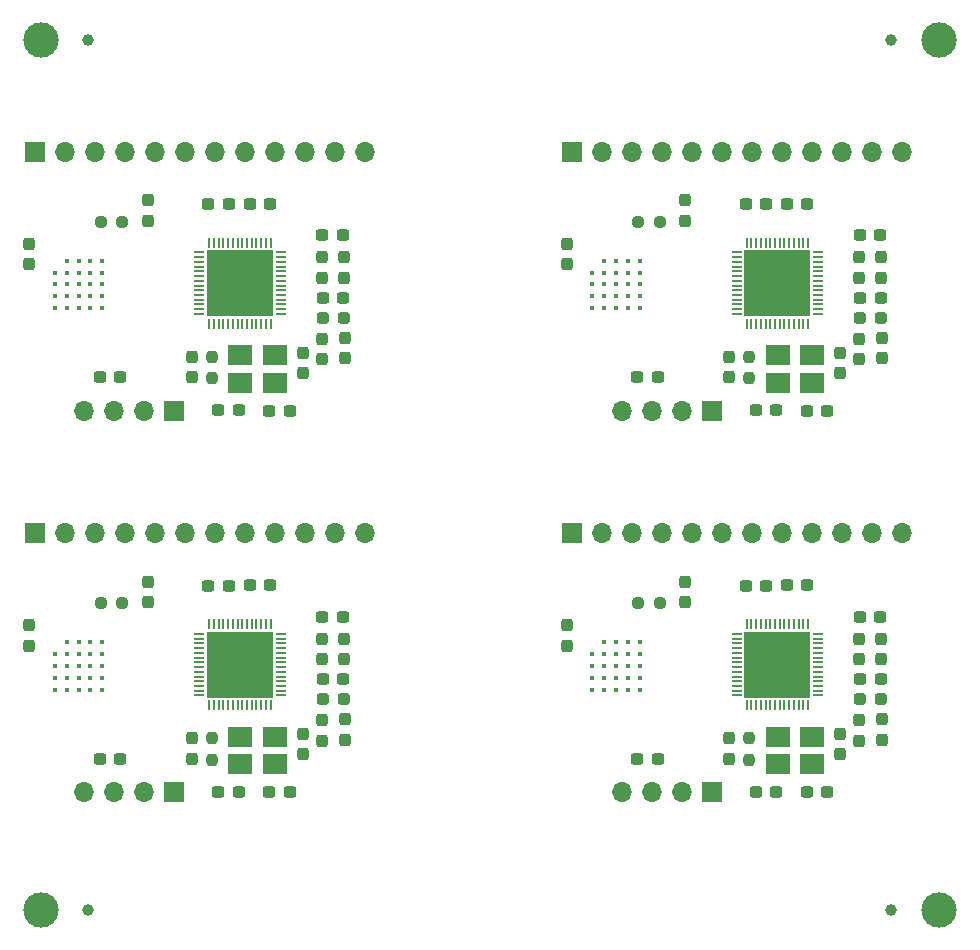
<source format=gts>
G04 #@! TF.GenerationSoftware,KiCad,Pcbnew,6.0.7-f9a2dced07~116~ubuntu22.04.1*
G04 #@! TF.CreationDate,2022-09-03T23:27:29+10:00*
G04 #@! TF.ProjectId,panel,70616e65-6c2e-46b6-9963-61645f706362,rev?*
G04 #@! TF.SameCoordinates,Original*
G04 #@! TF.FileFunction,Soldermask,Top*
G04 #@! TF.FilePolarity,Negative*
%FSLAX46Y46*%
G04 Gerber Fmt 4.6, Leading zero omitted, Abs format (unit mm)*
G04 Created by KiCad (PCBNEW 6.0.7-f9a2dced07~116~ubuntu22.04.1) date 2022-09-03 23:27:29*
%MOMM*%
%LPD*%
G01*
G04 APERTURE LIST*
G04 Aperture macros list*
%AMRoundRect*
0 Rectangle with rounded corners*
0 $1 Rounding radius*
0 $2 $3 $4 $5 $6 $7 $8 $9 X,Y pos of 4 corners*
0 Add a 4 corners polygon primitive as box body*
4,1,4,$2,$3,$4,$5,$6,$7,$8,$9,$2,$3,0*
0 Add four circle primitives for the rounded corners*
1,1,$1+$1,$2,$3*
1,1,$1+$1,$4,$5*
1,1,$1+$1,$6,$7*
1,1,$1+$1,$8,$9*
0 Add four rect primitives between the rounded corners*
20,1,$1+$1,$2,$3,$4,$5,0*
20,1,$1+$1,$4,$5,$6,$7,0*
20,1,$1+$1,$6,$7,$8,$9,0*
20,1,$1+$1,$8,$9,$2,$3,0*%
G04 Aperture macros list end*
%ADD10RoundRect,0.237500X0.237500X-0.300000X0.237500X0.300000X-0.237500X0.300000X-0.237500X-0.300000X0*%
%ADD11RoundRect,0.050000X0.387500X0.050000X-0.387500X0.050000X-0.387500X-0.050000X0.387500X-0.050000X0*%
%ADD12RoundRect,0.050000X0.050000X0.387500X-0.050000X0.387500X-0.050000X-0.387500X0.050000X-0.387500X0*%
%ADD13R,5.600000X5.600000*%
%ADD14C,0.400000*%
%ADD15RoundRect,0.237500X-0.300000X-0.237500X0.300000X-0.237500X0.300000X0.237500X-0.300000X0.237500X0*%
%ADD16RoundRect,0.237500X0.237500X-0.250000X0.237500X0.250000X-0.237500X0.250000X-0.237500X-0.250000X0*%
%ADD17RoundRect,0.237500X-0.237500X0.300000X-0.237500X-0.300000X0.237500X-0.300000X0.237500X0.300000X0*%
%ADD18RoundRect,0.237500X-0.287500X-0.237500X0.287500X-0.237500X0.287500X0.237500X-0.287500X0.237500X0*%
%ADD19C,3.000000*%
%ADD20R,2.100000X1.800000*%
%ADD21RoundRect,0.237500X-0.237500X0.287500X-0.237500X-0.287500X0.237500X-0.287500X0.237500X0.287500X0*%
%ADD22RoundRect,0.237500X0.300000X0.237500X-0.300000X0.237500X-0.300000X-0.237500X0.300000X-0.237500X0*%
%ADD23RoundRect,0.237500X0.250000X0.237500X-0.250000X0.237500X-0.250000X-0.237500X0.250000X-0.237500X0*%
%ADD24R,1.700000X1.700000*%
%ADD25O,1.700000X1.700000*%
%ADD26C,1.000000*%
G04 APERTURE END LIST*
D10*
G04 #@! TO.C,C10*
X42140000Y-48152500D03*
X42140000Y-46427500D03*
G04 #@! TD*
D11*
G04 #@! TO.C,U1*
X85777500Y-75460000D03*
X85777500Y-75060000D03*
X85777500Y-74660000D03*
X85777500Y-74260000D03*
X85777500Y-73860000D03*
X85777500Y-73460000D03*
X85777500Y-73060000D03*
X85777500Y-72660000D03*
X85777500Y-72260000D03*
X85777500Y-71860000D03*
X85777500Y-71460000D03*
X85777500Y-71060000D03*
X85777500Y-70660000D03*
X85777500Y-70260000D03*
D12*
X84940000Y-69422500D03*
X84540000Y-69422500D03*
X84140000Y-69422500D03*
X83740000Y-69422500D03*
X83340000Y-69422500D03*
X82940000Y-69422500D03*
X82540000Y-69422500D03*
X82140000Y-69422500D03*
X81740000Y-69422500D03*
X81340000Y-69422500D03*
X80940000Y-69422500D03*
X80540000Y-69422500D03*
X80140000Y-69422500D03*
X79740000Y-69422500D03*
D11*
X78902500Y-70260000D03*
X78902500Y-70660000D03*
X78902500Y-71060000D03*
X78902500Y-71460000D03*
X78902500Y-71860000D03*
X78902500Y-72260000D03*
X78902500Y-72660000D03*
X78902500Y-73060000D03*
X78902500Y-73460000D03*
X78902500Y-73860000D03*
X78902500Y-74260000D03*
X78902500Y-74660000D03*
X78902500Y-75060000D03*
X78902500Y-75460000D03*
D12*
X79740000Y-76297500D03*
X80140000Y-76297500D03*
X80540000Y-76297500D03*
X80940000Y-76297500D03*
X81340000Y-76297500D03*
X81740000Y-76297500D03*
X82140000Y-76297500D03*
X82540000Y-76297500D03*
X82940000Y-76297500D03*
X83340000Y-76297500D03*
X83740000Y-76297500D03*
X84140000Y-76297500D03*
X84540000Y-76297500D03*
X84940000Y-76297500D03*
D13*
X82340000Y-72860000D03*
G04 #@! TD*
D14*
G04 #@! TO.C,U2*
X67675744Y-38655744D03*
X68675744Y-38655744D03*
X69675744Y-38655744D03*
X70675744Y-38655744D03*
X66680000Y-39660000D03*
X67680000Y-39660000D03*
X68680000Y-39660000D03*
X69680000Y-39660000D03*
X70680000Y-39660000D03*
X66680000Y-40660000D03*
X67680000Y-40660000D03*
X68680000Y-40660000D03*
X69680000Y-40660000D03*
X70680000Y-40660000D03*
X66680000Y-41660000D03*
X67680000Y-41660000D03*
X68680000Y-41660000D03*
X69680000Y-41660000D03*
X70680000Y-41660000D03*
X66680000Y-42660000D03*
X67680000Y-42660000D03*
X68680000Y-42660000D03*
X69680000Y-42660000D03*
X70680000Y-42660000D03*
G04 #@! TD*
D15*
G04 #@! TO.C,C4*
X37667500Y-66150000D03*
X39392500Y-66150000D03*
G04 #@! TD*
D16*
G04 #@! TO.C,R3*
X34470000Y-80892500D03*
X34470000Y-79067500D03*
G04 #@! TD*
D17*
G04 #@! TO.C,C5*
X78250000Y-79107500D03*
X78250000Y-80832500D03*
G04 #@! TD*
D11*
G04 #@! TO.C,U1*
X40277500Y-75460000D03*
X40277500Y-75060000D03*
X40277500Y-74660000D03*
X40277500Y-74260000D03*
X40277500Y-73860000D03*
X40277500Y-73460000D03*
X40277500Y-73060000D03*
X40277500Y-72660000D03*
X40277500Y-72260000D03*
X40277500Y-71860000D03*
X40277500Y-71460000D03*
X40277500Y-71060000D03*
X40277500Y-70660000D03*
X40277500Y-70260000D03*
D12*
X39440000Y-69422500D03*
X39040000Y-69422500D03*
X38640000Y-69422500D03*
X38240000Y-69422500D03*
X37840000Y-69422500D03*
X37440000Y-69422500D03*
X37040000Y-69422500D03*
X36640000Y-69422500D03*
X36240000Y-69422500D03*
X35840000Y-69422500D03*
X35440000Y-69422500D03*
X35040000Y-69422500D03*
X34640000Y-69422500D03*
X34240000Y-69422500D03*
D11*
X33402500Y-70260000D03*
X33402500Y-70660000D03*
X33402500Y-71060000D03*
X33402500Y-71460000D03*
X33402500Y-71860000D03*
X33402500Y-72260000D03*
X33402500Y-72660000D03*
X33402500Y-73060000D03*
X33402500Y-73460000D03*
X33402500Y-73860000D03*
X33402500Y-74260000D03*
X33402500Y-74660000D03*
X33402500Y-75060000D03*
X33402500Y-75460000D03*
D12*
X34240000Y-76297500D03*
X34640000Y-76297500D03*
X35040000Y-76297500D03*
X35440000Y-76297500D03*
X35840000Y-76297500D03*
X36240000Y-76297500D03*
X36640000Y-76297500D03*
X37040000Y-76297500D03*
X37440000Y-76297500D03*
X37840000Y-76297500D03*
X38240000Y-76297500D03*
X38640000Y-76297500D03*
X39040000Y-76297500D03*
X39440000Y-76297500D03*
D13*
X36840000Y-72860000D03*
G04 #@! TD*
D15*
G04 #@! TO.C,C13*
X34997500Y-83600000D03*
X36722500Y-83600000D03*
G04 #@! TD*
D18*
G04 #@! TO.C,L2*
X43865000Y-75780000D03*
X45615000Y-75780000D03*
G04 #@! TD*
D10*
G04 #@! TO.C,C10*
X42140000Y-80452500D03*
X42140000Y-78727500D03*
G04 #@! TD*
D15*
G04 #@! TO.C,C8*
X79667500Y-33860000D03*
X81392500Y-33860000D03*
G04 #@! TD*
D19*
G04 #@! TO.C,REF\u002A\u002A*
X96000000Y-93600000D03*
G04 #@! TD*
D14*
G04 #@! TO.C,U2*
X22175744Y-38655744D03*
X23175744Y-38655744D03*
X24175744Y-38655744D03*
X25175744Y-38655744D03*
X21180000Y-39660000D03*
X22180000Y-39660000D03*
X23180000Y-39660000D03*
X24180000Y-39660000D03*
X25180000Y-39660000D03*
X21180000Y-40660000D03*
X22180000Y-40660000D03*
X23180000Y-40660000D03*
X24180000Y-40660000D03*
X25180000Y-40660000D03*
X21180000Y-41660000D03*
X22180000Y-41660000D03*
X23180000Y-41660000D03*
X24180000Y-41660000D03*
X25180000Y-41660000D03*
X21180000Y-42660000D03*
X22180000Y-42660000D03*
X23180000Y-42660000D03*
X24180000Y-42660000D03*
X25180000Y-42660000D03*
G04 #@! TD*
D10*
G04 #@! TO.C,C15*
X89290000Y-47005000D03*
X89290000Y-45280000D03*
G04 #@! TD*
D15*
G04 #@! TO.C,C4*
X37667500Y-33850000D03*
X39392500Y-33850000D03*
G04 #@! TD*
G04 #@! TO.C,C3*
X43857500Y-74090000D03*
X45582500Y-74090000D03*
G04 #@! TD*
D10*
G04 #@! TO.C,C6*
X74560000Y-67572500D03*
X74560000Y-65847500D03*
G04 #@! TD*
D17*
G04 #@! TO.C,C5*
X32750000Y-46807500D03*
X32750000Y-48532500D03*
G04 #@! TD*
D16*
G04 #@! TO.C,R3*
X34470000Y-48592500D03*
X34470000Y-46767500D03*
G04 #@! TD*
D20*
G04 #@! TO.C,Y1*
X39770000Y-46670000D03*
X36870000Y-46670000D03*
X36870000Y-48970000D03*
X39770000Y-48970000D03*
G04 #@! TD*
D15*
G04 #@! TO.C,C8*
X34167500Y-33860000D03*
X35892500Y-33860000D03*
G04 #@! TD*
D21*
G04 #@! TO.C,L1*
X89280000Y-38365000D03*
X89280000Y-40115000D03*
G04 #@! TD*
D22*
G04 #@! TO.C,C11*
X26712500Y-80840000D03*
X24987500Y-80840000D03*
G04 #@! TD*
D17*
G04 #@! TO.C,C12*
X91200000Y-77497500D03*
X91200000Y-79222500D03*
G04 #@! TD*
D18*
G04 #@! TO.C,L2*
X89365000Y-75780000D03*
X91115000Y-75780000D03*
G04 #@! TD*
D15*
G04 #@! TO.C,C3*
X89357500Y-74090000D03*
X91082500Y-74090000D03*
G04 #@! TD*
G04 #@! TO.C,C13*
X34997500Y-51300000D03*
X36722500Y-51300000D03*
G04 #@! TD*
D21*
G04 #@! TO.C,L1*
X43780000Y-70665000D03*
X43780000Y-72415000D03*
G04 #@! TD*
D20*
G04 #@! TO.C,Y1*
X39770000Y-78970000D03*
X36870000Y-78970000D03*
X36870000Y-81270000D03*
X39770000Y-81270000D03*
G04 #@! TD*
D17*
G04 #@! TO.C,C5*
X78250000Y-46807500D03*
X78250000Y-48532500D03*
G04 #@! TD*
D10*
G04 #@! TO.C,C15*
X43790000Y-79305000D03*
X43790000Y-77580000D03*
G04 #@! TD*
G04 #@! TO.C,C6*
X29060000Y-35272500D03*
X29060000Y-33547500D03*
G04 #@! TD*
D15*
G04 #@! TO.C,C7*
X89317500Y-36520000D03*
X91042500Y-36520000D03*
G04 #@! TD*
D10*
G04 #@! TO.C,C6*
X29060000Y-67572500D03*
X29060000Y-65847500D03*
G04 #@! TD*
D21*
G04 #@! TO.C,L1*
X43780000Y-38365000D03*
X43780000Y-40115000D03*
G04 #@! TD*
D15*
G04 #@! TO.C,C14*
X39317500Y-51350000D03*
X41042500Y-51350000D03*
G04 #@! TD*
D23*
G04 #@! TO.C,R2*
X26872500Y-35370000D03*
X25047500Y-35370000D03*
G04 #@! TD*
D15*
G04 #@! TO.C,C7*
X89317500Y-68820000D03*
X91042500Y-68820000D03*
G04 #@! TD*
D10*
G04 #@! TO.C,C15*
X89290000Y-79305000D03*
X89290000Y-77580000D03*
G04 #@! TD*
D24*
G04 #@! TO.C,J2*
X64960000Y-61750000D03*
D25*
X67500000Y-61750000D03*
X70040000Y-61750000D03*
X72580000Y-61750000D03*
X75120000Y-61750000D03*
X77660000Y-61750000D03*
X80200000Y-61750000D03*
X82740000Y-61750000D03*
X85280000Y-61750000D03*
X87820000Y-61750000D03*
X90360000Y-61750000D03*
X92900000Y-61750000D03*
G04 #@! TD*
D15*
G04 #@! TO.C,C14*
X84817500Y-51350000D03*
X86542500Y-51350000D03*
G04 #@! TD*
D26*
G04 #@! TO.C,REF\u002A\u002A*
X92000000Y-20000000D03*
G04 #@! TD*
D15*
G04 #@! TO.C,C7*
X43817500Y-68820000D03*
X45542500Y-68820000D03*
G04 #@! TD*
G04 #@! TO.C,C13*
X80497500Y-83600000D03*
X82222500Y-83600000D03*
G04 #@! TD*
D10*
G04 #@! TO.C,C15*
X43790000Y-47005000D03*
X43790000Y-45280000D03*
G04 #@! TD*
D23*
G04 #@! TO.C,R2*
X26872500Y-67670000D03*
X25047500Y-67670000D03*
G04 #@! TD*
D19*
G04 #@! TO.C,REF\u002A\u002A*
X20000000Y-93600000D03*
G04 #@! TD*
D23*
G04 #@! TO.C,R2*
X72372500Y-67670000D03*
X70547500Y-67670000D03*
G04 #@! TD*
D15*
G04 #@! TO.C,C3*
X43857500Y-41790000D03*
X45582500Y-41790000D03*
G04 #@! TD*
D19*
G04 #@! TO.C,REF\u002A\u002A*
X20000000Y-20000000D03*
G04 #@! TD*
D24*
G04 #@! TO.C,J2*
X19460000Y-61750000D03*
D25*
X22000000Y-61750000D03*
X24540000Y-61750000D03*
X27080000Y-61750000D03*
X29620000Y-61750000D03*
X32160000Y-61750000D03*
X34700000Y-61750000D03*
X37240000Y-61750000D03*
X39780000Y-61750000D03*
X42320000Y-61750000D03*
X44860000Y-61750000D03*
X47400000Y-61750000D03*
G04 #@! TD*
D10*
G04 #@! TO.C,C1*
X19010000Y-38962500D03*
X19010000Y-37237500D03*
G04 #@! TD*
D20*
G04 #@! TO.C,Y1*
X85270000Y-46670000D03*
X82370000Y-46670000D03*
X82370000Y-48970000D03*
X85270000Y-48970000D03*
G04 #@! TD*
D17*
G04 #@! TO.C,C12*
X91200000Y-45197500D03*
X91200000Y-46922500D03*
G04 #@! TD*
D26*
G04 #@! TO.C,REF\u002A\u002A*
X92000000Y-93600000D03*
G04 #@! TD*
D10*
G04 #@! TO.C,C1*
X64510000Y-38962500D03*
X64510000Y-37237500D03*
G04 #@! TD*
D15*
G04 #@! TO.C,C14*
X84817500Y-83650000D03*
X86542500Y-83650000D03*
G04 #@! TD*
D10*
G04 #@! TO.C,C1*
X19010000Y-71262500D03*
X19010000Y-69537500D03*
G04 #@! TD*
G04 #@! TO.C,C1*
X64510000Y-71262500D03*
X64510000Y-69537500D03*
G04 #@! TD*
D15*
G04 #@! TO.C,C4*
X83167500Y-66150000D03*
X84892500Y-66150000D03*
G04 #@! TD*
D17*
G04 #@! TO.C,C12*
X45700000Y-77497500D03*
X45700000Y-79222500D03*
G04 #@! TD*
D15*
G04 #@! TO.C,C8*
X79667500Y-66160000D03*
X81392500Y-66160000D03*
G04 #@! TD*
D10*
G04 #@! TO.C,C2*
X91130000Y-72402500D03*
X91130000Y-70677500D03*
G04 #@! TD*
D15*
G04 #@! TO.C,C3*
X89357500Y-41790000D03*
X91082500Y-41790000D03*
G04 #@! TD*
D11*
G04 #@! TO.C,U1*
X85777500Y-43160000D03*
X85777500Y-42760000D03*
X85777500Y-42360000D03*
X85777500Y-41960000D03*
X85777500Y-41560000D03*
X85777500Y-41160000D03*
X85777500Y-40760000D03*
X85777500Y-40360000D03*
X85777500Y-39960000D03*
X85777500Y-39560000D03*
X85777500Y-39160000D03*
X85777500Y-38760000D03*
X85777500Y-38360000D03*
X85777500Y-37960000D03*
D12*
X84940000Y-37122500D03*
X84540000Y-37122500D03*
X84140000Y-37122500D03*
X83740000Y-37122500D03*
X83340000Y-37122500D03*
X82940000Y-37122500D03*
X82540000Y-37122500D03*
X82140000Y-37122500D03*
X81740000Y-37122500D03*
X81340000Y-37122500D03*
X80940000Y-37122500D03*
X80540000Y-37122500D03*
X80140000Y-37122500D03*
X79740000Y-37122500D03*
D11*
X78902500Y-37960000D03*
X78902500Y-38360000D03*
X78902500Y-38760000D03*
X78902500Y-39160000D03*
X78902500Y-39560000D03*
X78902500Y-39960000D03*
X78902500Y-40360000D03*
X78902500Y-40760000D03*
X78902500Y-41160000D03*
X78902500Y-41560000D03*
X78902500Y-41960000D03*
X78902500Y-42360000D03*
X78902500Y-42760000D03*
X78902500Y-43160000D03*
D12*
X79740000Y-43997500D03*
X80140000Y-43997500D03*
X80540000Y-43997500D03*
X80940000Y-43997500D03*
X81340000Y-43997500D03*
X81740000Y-43997500D03*
X82140000Y-43997500D03*
X82540000Y-43997500D03*
X82940000Y-43997500D03*
X83340000Y-43997500D03*
X83740000Y-43997500D03*
X84140000Y-43997500D03*
X84540000Y-43997500D03*
X84940000Y-43997500D03*
D13*
X82340000Y-40560000D03*
G04 #@! TD*
D10*
G04 #@! TO.C,C10*
X87640000Y-48152500D03*
X87640000Y-46427500D03*
G04 #@! TD*
G04 #@! TO.C,C6*
X74560000Y-35272500D03*
X74560000Y-33547500D03*
G04 #@! TD*
D22*
G04 #@! TO.C,C11*
X26712500Y-48540000D03*
X24987500Y-48540000D03*
G04 #@! TD*
D21*
G04 #@! TO.C,L1*
X89280000Y-70665000D03*
X89280000Y-72415000D03*
G04 #@! TD*
D18*
G04 #@! TO.C,L2*
X43865000Y-43480000D03*
X45615000Y-43480000D03*
G04 #@! TD*
D16*
G04 #@! TO.C,R3*
X79970000Y-80892500D03*
X79970000Y-79067500D03*
G04 #@! TD*
D20*
G04 #@! TO.C,Y1*
X85270000Y-78970000D03*
X82370000Y-78970000D03*
X82370000Y-81270000D03*
X85270000Y-81270000D03*
G04 #@! TD*
D14*
G04 #@! TO.C,U2*
X22175744Y-70955744D03*
X23175744Y-70955744D03*
X24175744Y-70955744D03*
X25175744Y-70955744D03*
X21180000Y-71960000D03*
X22180000Y-71960000D03*
X23180000Y-71960000D03*
X24180000Y-71960000D03*
X25180000Y-71960000D03*
X21180000Y-72960000D03*
X22180000Y-72960000D03*
X23180000Y-72960000D03*
X24180000Y-72960000D03*
X25180000Y-72960000D03*
X21180000Y-73960000D03*
X22180000Y-73960000D03*
X23180000Y-73960000D03*
X24180000Y-73960000D03*
X25180000Y-73960000D03*
X21180000Y-74960000D03*
X22180000Y-74960000D03*
X23180000Y-74960000D03*
X24180000Y-74960000D03*
X25180000Y-74960000D03*
G04 #@! TD*
D17*
G04 #@! TO.C,C12*
X45700000Y-45197500D03*
X45700000Y-46922500D03*
G04 #@! TD*
D24*
G04 #@! TO.C,J2*
X19460000Y-29450000D03*
D25*
X22000000Y-29450000D03*
X24540000Y-29450000D03*
X27080000Y-29450000D03*
X29620000Y-29450000D03*
X32160000Y-29450000D03*
X34700000Y-29450000D03*
X37240000Y-29450000D03*
X39780000Y-29450000D03*
X42320000Y-29450000D03*
X44860000Y-29450000D03*
X47400000Y-29450000D03*
G04 #@! TD*
D15*
G04 #@! TO.C,C13*
X80497500Y-51300000D03*
X82222500Y-51300000D03*
G04 #@! TD*
D17*
G04 #@! TO.C,C5*
X32750000Y-79107500D03*
X32750000Y-80832500D03*
G04 #@! TD*
D15*
G04 #@! TO.C,C4*
X83167500Y-33850000D03*
X84892500Y-33850000D03*
G04 #@! TD*
D26*
G04 #@! TO.C,REF\u002A\u002A*
X24000000Y-93600000D03*
G04 #@! TD*
D10*
G04 #@! TO.C,C2*
X91130000Y-40102500D03*
X91130000Y-38377500D03*
G04 #@! TD*
D26*
G04 #@! TO.C,REF\u002A\u002A*
X24000000Y-20000000D03*
G04 #@! TD*
D22*
G04 #@! TO.C,C11*
X72212500Y-80840000D03*
X70487500Y-80840000D03*
G04 #@! TD*
D19*
G04 #@! TO.C,REF\u002A\u002A*
X96000000Y-20000000D03*
G04 #@! TD*
D15*
G04 #@! TO.C,C8*
X34167500Y-66160000D03*
X35892500Y-66160000D03*
G04 #@! TD*
D10*
G04 #@! TO.C,C2*
X45630000Y-40102500D03*
X45630000Y-38377500D03*
G04 #@! TD*
G04 #@! TO.C,C2*
X45630000Y-72402500D03*
X45630000Y-70677500D03*
G04 #@! TD*
D24*
G04 #@! TO.C,J2*
X64960000Y-29450000D03*
D25*
X67500000Y-29450000D03*
X70040000Y-29450000D03*
X72580000Y-29450000D03*
X75120000Y-29450000D03*
X77660000Y-29450000D03*
X80200000Y-29450000D03*
X82740000Y-29450000D03*
X85280000Y-29450000D03*
X87820000Y-29450000D03*
X90360000Y-29450000D03*
X92900000Y-29450000D03*
G04 #@! TD*
D14*
G04 #@! TO.C,U2*
X67675744Y-70955744D03*
X68675744Y-70955744D03*
X69675744Y-70955744D03*
X70675744Y-70955744D03*
X66680000Y-71960000D03*
X67680000Y-71960000D03*
X68680000Y-71960000D03*
X69680000Y-71960000D03*
X70680000Y-71960000D03*
X66680000Y-72960000D03*
X67680000Y-72960000D03*
X68680000Y-72960000D03*
X69680000Y-72960000D03*
X70680000Y-72960000D03*
X66680000Y-73960000D03*
X67680000Y-73960000D03*
X68680000Y-73960000D03*
X69680000Y-73960000D03*
X70680000Y-73960000D03*
X66680000Y-74960000D03*
X67680000Y-74960000D03*
X68680000Y-74960000D03*
X69680000Y-74960000D03*
X70680000Y-74960000D03*
G04 #@! TD*
D22*
G04 #@! TO.C,C11*
X72212500Y-48540000D03*
X70487500Y-48540000D03*
G04 #@! TD*
D15*
G04 #@! TO.C,C14*
X39317500Y-83650000D03*
X41042500Y-83650000D03*
G04 #@! TD*
D10*
G04 #@! TO.C,C10*
X87640000Y-80452500D03*
X87640000Y-78727500D03*
G04 #@! TD*
D11*
G04 #@! TO.C,U1*
X40277500Y-43160000D03*
X40277500Y-42760000D03*
X40277500Y-42360000D03*
X40277500Y-41960000D03*
X40277500Y-41560000D03*
X40277500Y-41160000D03*
X40277500Y-40760000D03*
X40277500Y-40360000D03*
X40277500Y-39960000D03*
X40277500Y-39560000D03*
X40277500Y-39160000D03*
X40277500Y-38760000D03*
X40277500Y-38360000D03*
X40277500Y-37960000D03*
D12*
X39440000Y-37122500D03*
X39040000Y-37122500D03*
X38640000Y-37122500D03*
X38240000Y-37122500D03*
X37840000Y-37122500D03*
X37440000Y-37122500D03*
X37040000Y-37122500D03*
X36640000Y-37122500D03*
X36240000Y-37122500D03*
X35840000Y-37122500D03*
X35440000Y-37122500D03*
X35040000Y-37122500D03*
X34640000Y-37122500D03*
X34240000Y-37122500D03*
D11*
X33402500Y-37960000D03*
X33402500Y-38360000D03*
X33402500Y-38760000D03*
X33402500Y-39160000D03*
X33402500Y-39560000D03*
X33402500Y-39960000D03*
X33402500Y-40360000D03*
X33402500Y-40760000D03*
X33402500Y-41160000D03*
X33402500Y-41560000D03*
X33402500Y-41960000D03*
X33402500Y-42360000D03*
X33402500Y-42760000D03*
X33402500Y-43160000D03*
D12*
X34240000Y-43997500D03*
X34640000Y-43997500D03*
X35040000Y-43997500D03*
X35440000Y-43997500D03*
X35840000Y-43997500D03*
X36240000Y-43997500D03*
X36640000Y-43997500D03*
X37040000Y-43997500D03*
X37440000Y-43997500D03*
X37840000Y-43997500D03*
X38240000Y-43997500D03*
X38640000Y-43997500D03*
X39040000Y-43997500D03*
X39440000Y-43997500D03*
D13*
X36840000Y-40560000D03*
G04 #@! TD*
D15*
G04 #@! TO.C,C7*
X43817500Y-36520000D03*
X45542500Y-36520000D03*
G04 #@! TD*
D18*
G04 #@! TO.C,L2*
X89365000Y-43480000D03*
X91115000Y-43480000D03*
G04 #@! TD*
D23*
G04 #@! TO.C,R2*
X72372500Y-35370000D03*
X70547500Y-35370000D03*
G04 #@! TD*
D16*
G04 #@! TO.C,R3*
X79970000Y-48592500D03*
X79970000Y-46767500D03*
G04 #@! TD*
D24*
G04 #@! TO.C,J1*
X31270000Y-83650000D03*
D25*
X28730000Y-83650000D03*
X26190000Y-83650000D03*
X23650000Y-83650000D03*
G04 #@! TD*
D24*
G04 #@! TO.C,J1*
X76770000Y-51350000D03*
D25*
X74230000Y-51350000D03*
X71690000Y-51350000D03*
X69150000Y-51350000D03*
G04 #@! TD*
D24*
G04 #@! TO.C,J1*
X76770000Y-83650000D03*
D25*
X74230000Y-83650000D03*
X71690000Y-83650000D03*
X69150000Y-83650000D03*
G04 #@! TD*
D24*
G04 #@! TO.C,J1*
X31270000Y-51350000D03*
D25*
X28730000Y-51350000D03*
X26190000Y-51350000D03*
X23650000Y-51350000D03*
G04 #@! TD*
M02*

</source>
